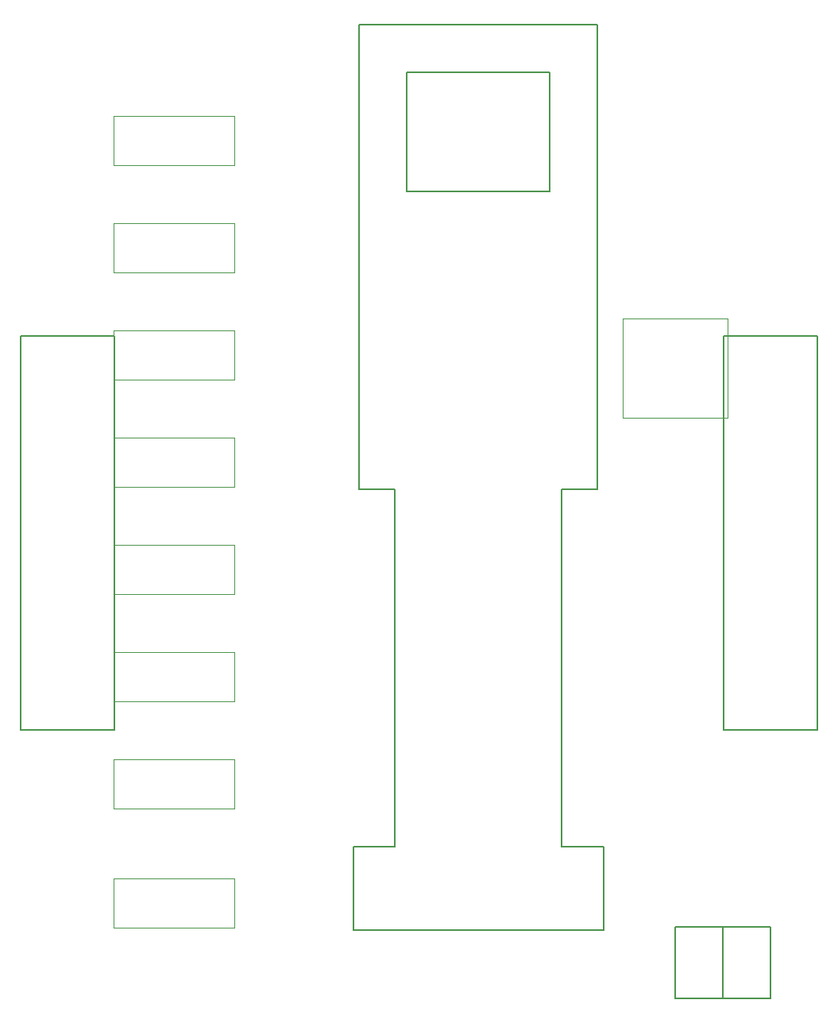
<source format=gbr>
G04 EasyPC Gerber Version 21.0.2 Build 4273 *
G04 #@! TF.Part,Single*
G04 #@! TF.FileFunction,Other,nanoi2c - Documentation *
G04 #@! TF.FilePolarity,Positive *
%FSLAX35Y35*%
%MOIN*%
%ADD19C,0.00197*%
%ADD11C,0.00500*%
X0Y0D02*
D02*
D11*
X40285Y279813D02*
X915D01*
Y114458*
X40285*
Y279813*
X158100Y65600D02*
X140600D01*
Y30600*
X245600*
Y65600*
X228100*
Y215600*
X243100*
Y410600*
X143100*
Y215600*
X158100*
Y65600*
X163100Y340600D02*
X223100D01*
Y390600*
X163100*
Y340600*
X275600Y1997D02*
X295600D01*
Y31997*
X275600*
Y1997*
X295600D02*
X315600D01*
Y31997*
X295600*
Y1997*
X335285Y279813D02*
X295915D01*
Y114458*
X335285*
Y279813*
D02*
D19*
X39970Y31600D02*
Y52100D01*
X90757*
Y31600*
X39970*
Y81600D02*
Y102100D01*
X90757*
Y81600*
X39970*
Y126600D02*
Y147100D01*
X90757*
Y126600*
X39970*
Y171600D02*
Y192100D01*
X90757*
Y171600*
X39970*
Y216600D02*
Y237100D01*
X90757*
Y216600*
X39970*
Y261600D02*
Y282100D01*
X90757*
Y261600*
X39970*
Y306600D02*
Y327100D01*
X90757*
Y306600*
X39970*
Y351600D02*
Y372100D01*
X90757*
Y351600*
X39970*
X253631Y287175D02*
X297569D01*
Y245600*
X253631*
Y287175*
X0Y0D02*
M02*

</source>
